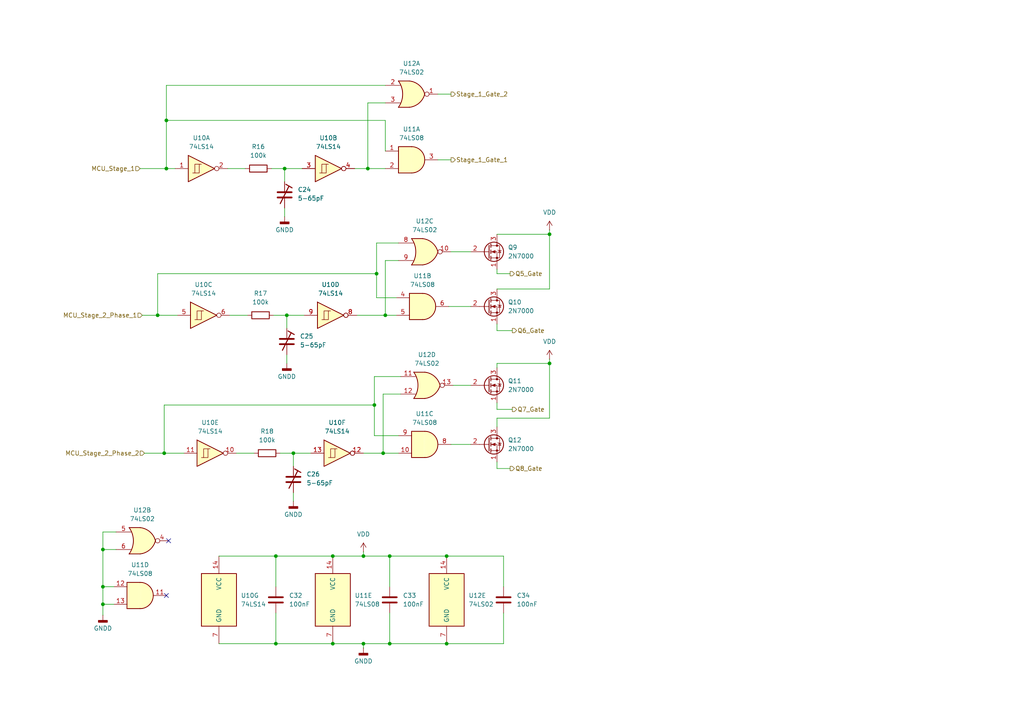
<source format=kicad_sch>
(kicad_sch (version 20231120) (generator "eeschema") (generator_version "8.0")
  (paper "A4")
  (lib_symbols
    (symbol "74xx:74LS02" (pin_names (offset 1.016))
      (property "Reference" "U" (at 0 1.27 0))
      (property "Value" "74LS02" (at 0 -1.27 0))
      (symbol "74LS02_1_1"
        (arc (start -3.81 -3.81) (mid -2.589 0) (end -3.81 3.81) (stroke (width 0.254)))
        (arc (start -0.6096 -3.81) (mid 2.1842 -2.5851) (end 3.81 0) (stroke (width 0.254)) (fill (type background)))
        (polyline (pts (xy -3.81 -3.81) (xy -0.635 -3.81)) (stroke (width 0.254)) (fill (type background)))
        (polyline (pts (xy -3.81 3.81) (xy -0.635 3.81)) (stroke (width 0.254)) (fill (type background)))
        (polyline (pts (xy -0.635 3.81) (xy -3.81 3.81) (xy -3.81 3.81) (xy -3.556 3.4036) (xy -3.0226 2.2606) (xy -2.6924 1.0414) (xy -2.6162 -0.254) (xy -2.7686 -1.4986) (xy -3.175 -2.7178) (xy -3.81 -3.81) (xy -3.81 -3.81) (xy -0.635 -3.81)) (stroke (width -25.4)) (fill (type background)))
        (arc (start 3.81 0) (mid 2.1915 2.5936) (end -0.6096 3.81) (stroke (width 0.254)) (fill (type background)))
        (pin output inverted (at 7.62 0 180) (length 3.81) (name "~") (number "1"))
        (pin input line (at -7.62 2.54 0) (length 4.318) (name "~") (number "2"))
        (pin input line (at -7.62 -2.54 0) (length 4.318) (name "~") (number "3"))
      )
      (symbol "74LS02_1_2"
        (arc (start 0 -3.81) (mid 3.7934 0) (end 0 3.81) (stroke (width 0.254)) (fill (type background)))
        (polyline (pts (xy 0 3.81) (xy -3.81 3.81) (xy -3.81 -3.81) (xy 0 -3.81)) (stroke (width 0.254)) (fill (type background)))
        (pin output line (at 7.62 0 180) (length 3.81) (name "~") (number "1"))
        (pin input inverted (at -7.62 2.54 0) (length 3.81) (name "~") (number "2"))
        (pin input inverted (at -7.62 -2.54 0) (length 3.81) (name "~") (number "3"))
      )
      (symbol "74LS02_2_1"
        (arc (start -3.81 -3.81) (mid -2.589 0) (end -3.81 3.81) (stroke (width 0.254)))
        (arc (start -0.6096 -3.81) (mid 2.1842 -2.5851) (end 3.81 0) (stroke (width 0.254)) (fill (type background)))
        (polyline (pts (xy -3.81 -3.81) (xy -0.635 -3.81)) (stroke (width 0.254)) (fill (type background)))
        (polyline (pts (xy -3.81 3.81) (xy -0.635 3.81)) (stroke (width 0.254)) (fill (type background)))
        (polyline (pts (xy -0.635 3.81) (xy -3.81 3.81) (xy -3.81 3.81) (xy -3.556 3.4036) (xy -3.0226 2.2606) (xy -2.6924 1.0414) (xy -2.6162 -0.254) (xy -2.7686 -1.4986) (xy -3.175 -2.7178) (xy -3.81 -3.81) (xy -3.81 -3.81) (xy -0.635 -3.81)) (stroke (width -25.4)) (fill (type background)))
        (arc (start 3.81 0) (mid 2.1915 2.5936) (end -0.6096 3.81) (stroke (width 0.254)) (fill (type background)))
        (pin output inverted (at 7.62 0 180) (length 3.81) (name "~") (number "4"))
        (pin input line (at -7.62 2.54 0) (length 4.318) (name "~") (number "5"))
        (pin input line (at -7.62 -2.54 0) (length 4.318) (name "~") (number "6"))
      )
      (symbol "74LS02_2_2"
        (arc (start 0 -3.81) (mid 3.7934 0) (end 0 3.81) (stroke (width 0.254)) (fill (type background)))
        (polyline (pts (xy 0 3.81) (xy -3.81 3.81) (xy -3.81 -3.81) (xy 0 -3.81)) (stroke (width 0.254)) (fill (type background)))
        (pin output line (at 7.62 0 180) (length 3.81) (name "~") (number "4"))
        (pin input inverted (at -7.62 2.54 0) (length 3.81) (name "~") (number "5"))
        (pin input inverted (at -7.62 -2.54 0) (length 3.81) (name "~") (number "6"))
      )
      (symbol "74LS02_3_1"
        (arc (start -3.81 -3.81) (mid -2.589 0) (end -3.81 3.81) (stroke (width 0.254)))
        (arc (start -0.6096 -3.81) (mid 2.1842 -2.5851) (end 3.81 0) (stroke (width 0.254)) (fill (type background)))
        (polyline (pts (xy -3.81 -3.81) (xy -0.635 -3.81)) (stroke (width 0.254)) (fill (type background)))
        (polyline (pts (xy -3.81 3.81) (xy -0.635 3.81)) (stroke (width 0.254)) (fill (type background)))
        (polyline (pts (xy -0.635 3.81) (xy -3.81 3.81) (xy -3.81 3.81) (xy -3.556 3.4036) (xy -3.0226 2.2606) (xy -2.6924 1.0414) (xy -2.6162 -0.254) (xy -2.7686 -1.4986) (xy -3.175 -2.7178) (xy -3.81 -3.81) (xy -3.81 -3.81) (xy -0.635 -3.81)) (stroke (width -25.4)) (fill (type background)))
        (arc (start 3.81 0) (mid 2.1915 2.5936) (end -0.6096 3.81) (stroke (width 0.254)) (fill (type background)))
        (pin output inverted (at 7.62 0 180) (length 3.81) (name "~") (number "10"))
        (pin input line (at -7.62 2.54 0) (length 4.318) (name "~") (number "8"))
        (pin input line (at -7.62 -2.54 0) (length 4.318) (name "~") (number "9"))
      )
      (symbol "74LS02_3_2"
        (arc (start 0 -3.81) (mid 3.7934 0) (end 0 3.81) (stroke (width 0.254)) (fill (type background)))
        (polyline (pts (xy 0 3.81) (xy -3.81 3.81) (xy -3.81 -3.81) (xy 0 -3.81)) (stroke (width 0.254)) (fill (type background)))
        (pin output line (at 7.62 0 180) (length 3.81) (name "~") (number "10"))
        (pin input inverted (at -7.62 2.54 0) (length 3.81) (name "~") (number "8"))
        (pin input inverted (at -7.62 -2.54 0) (length 3.81) (name "~") (number "9"))
      )
      (symbol "74LS02_4_1"
        (arc (start -3.81 -3.81) (mid -2.589 0) (end -3.81 3.81) (stroke (width 0.254)))
        (arc (start -0.6096 -3.81) (mid 2.1842 -2.5851) (end 3.81 0) (stroke (width 0.254)) (fill (type background)))
        (polyline (pts (xy -3.81 -3.81) (xy -0.635 -3.81)) (stroke (width 0.254)) (fill (type background)))
        (polyline (pts (xy -3.81 3.81) (xy -0.635 3.81)) (stroke (width 0.254)) (fill (type background)))
        (polyline (pts (xy -0.635 3.81) (xy -3.81 3.81) (xy -3.81 3.81) (xy -3.556 3.4036) (xy -3.0226 2.2606) (xy -2.6924 1.0414) (xy -2.6162 -0.254) (xy -2.7686 -1.4986) (xy -3.175 -2.7178) (xy -3.81 -3.81) (xy -3.81 -3.81) (xy -0.635 -3.81)) (stroke (width -25.4)) (fill (type background)))
        (arc (start 3.81 0) (mid 2.1915 2.5936) (end -0.6096 3.81) (stroke (width 0.254)) (fill (type background)))
        (pin input line (at -7.62 2.54 0) (length 4.318) (name "~") (number "11"))
        (pin input line (at -7.62 -2.54 0) (length 4.318) (name "~") (number "12"))
        (pin output inverted (at 7.62 0 180) (length 3.81) (name "~") (number "13"))
      )
      (symbol "74LS02_4_2"
        (arc (start 0 -3.81) (mid 3.7934 0) (end 0 3.81) (stroke (width 0.254)) (fill (type background)))
        (polyline (pts (xy 0 3.81) (xy -3.81 3.81) (xy -3.81 -3.81) (xy 0 -3.81)) (stroke (width 0.254)) (fill (type background)))
        (pin input inverted (at -7.62 2.54 0) (length 3.81) (name "~") (number "11"))
        (pin input inverted (at -7.62 -2.54 0) (length 3.81) (name "~") (number "12"))
        (pin output line (at 7.62 0 180) (length 3.81) (name "~") (number "13"))
      )
      (symbol "74LS02_5_0"
        (pin power_in line (at 0 12.7 270) (length 5.08) (name "VCC") (number "14"))
        (pin power_in line (at 0 -12.7 90) (length 5.08) (name "GND") (number "7"))
      )
      (symbol "74LS02_5_1"
        (rectangle (start -5.08 7.62) (end 5.08 -7.62) (stroke (width 0.254)) (fill (type background)))
      )
    )
    (symbol "74xx:74LS08" (pin_names (offset 1.016))
      (property "Reference" "U" (at 0 1.27 0))
      (property "Value" "74LS08" (at 0 -1.27 0))
      (symbol "74LS08_1_1"
        (arc (start 0 -3.81) (mid 3.7934 0) (end 0 3.81) (stroke (width 0.254)) (fill (type background)))
        (polyline (pts (xy 0 3.81) (xy -3.81 3.81) (xy -3.81 -3.81) (xy 0 -3.81)) (stroke (width 0.254)) (fill (type background)))
        (pin input line (at -7.62 2.54 0) (length 3.81) (name "~") (number "1"))
        (pin input line (at -7.62 -2.54 0) (length 3.81) (name "~") (number "2"))
        (pin output line (at 7.62 0 180) (length 3.81) (name "~") (number "3"))
      )
      (symbol "74LS08_1_2"
        (arc (start -3.81 -3.81) (mid -2.589 0) (end -3.81 3.81) (stroke (width 0.254)))
        (arc (start -0.6096 -3.81) (mid 2.1842 -2.5851) (end 3.81 0) (stroke (width 0.254)) (fill (type background)))
        (polyline (pts (xy -3.81 -3.81) (xy -0.635 -3.81)) (stroke (width 0.254)) (fill (type background)))
        (polyline (pts (xy -3.81 3.81) (xy -0.635 3.81)) (stroke (width 0.254)) (fill (type background)))
        (polyline (pts (xy -0.635 3.81) (xy -3.81 3.81) (xy -3.81 3.81) (xy -3.556 3.4036) (xy -3.0226 2.2606) (xy -2.6924 1.0414) (xy -2.6162 -0.254) (xy -2.7686 -1.4986) (xy -3.175 -2.7178) (xy -3.81 -3.81) (xy -3.81 -3.81) (xy -0.635 -3.81)) (stroke (width -25.4)) (fill (type background)))
        (arc (start 3.81 0) (mid 2.1915 2.5936) (end -0.6096 3.81) (stroke (width 0.254)) (fill (type background)))
        (pin input inverted (at -7.62 2.54 0) (length 4.318) (name "~") (number "1"))
        (pin input inverted (at -7.62 -2.54 0) (length 4.318) (name "~") (number "2"))
        (pin output inverted (at 7.62 0 180) (length 3.81) (name "~") (number "3"))
      )
      (symbol "74LS08_2_1"
        (arc (start 0 -3.81) (mid 3.7934 0) (end 0 3.81) (stroke (width 0.254)) (fill (type background)))
        (polyline (pts (xy 0 3.81) (xy -3.81 3.81) (xy -3.81 -3.81) (xy 0 -3.81)) (stroke (width 0.254)) (fill (type background)))
        (pin input line (at -7.62 2.54 0) (length 3.81) (name "~") (number "4"))
        (pin input line (at -7.62 -2.54 0) (length 3.81) (name "~") (number "5"))
        (pin output line (at 7.62 0 180) (length 3.81) (name "~") (number "6"))
      )
      (symbol "74LS08_2_2"
        (arc (start -3.81 -3.81) (mid -2.589 0) (end -3.81 3.81) (stroke (width 0.254)))
        (arc (start -0.6096 -3.81) (mid 2.1842 -2.5851) (end 3.81 0) (stroke (width 0.254)) (fill (type background)))
        (polyline (pts (xy -3.81 -3.81) (xy -0.635 -3.81)) (stroke (width 0.254)) (fill (type background)))
        (polyline (pts (xy -3.81 3.81) (xy -0.635 3.81)) (stroke (width 0.254)) (fill (type background)))
        (polyline (pts (xy -0.635 3.81) (xy -3.81 3.81) (xy -3.81 3.81) (xy -3.556 3.4036) (xy -3.0226 2.2606) (xy -2.6924 1.0414) (xy -2.6162 -0.254) (xy -2.7686 -1.4986) (xy -3.175 -2.7178) (xy -3.81 -3.81) (xy -3.81 -3.81) (xy -0.635 -3.81)) (stroke (width -25.4)) (fill (type background)))
        (arc (start 3.81 0) (mid 2.1915 2.5936) (end -0.6096 3.81) (stroke (width 0.254)) (fill (type background)))
        (pin input inverted (at -7.62 2.54 0) (length 4.318) (name "~") (number "4"))
        (pin input inverted (at -7.62 -2.54 0) (length 4.318) (name "~") (number "5"))
        (pin output inverted (at 7.62 0 180) (length 3.81) (name "~") (number "6"))
      )
      (symbol "74LS08_3_1"
        (arc (start 0 -3.81) (mid 3.7934 0) (end 0 3.81) (stroke (width 0.254)) (fill (type background)))
        (polyline (pts (xy 0 3.81) (xy -3.81 3.81) (xy -3.81 -3.81) (xy 0 -3.81)) (stroke (width 0.254)) (fill (type background)))
        (pin input line (at -7.62 -2.54 0) (length 3.81) (name "~") (number "10"))
        (pin output line (at 7.62 0 180) (length 3.81) (name "~") (number "8"))
        (pin input line (at -7.62 2.54 0) (length 3.81) (name "~") (number "9"))
      )
      (symbol "74LS08_3_2"
        (arc (start -3.81 -3.81) (mid -2.589 0) (end -3.81 3.81) (stroke (width 0.254)))
        (arc (start -0.6096 -3.81) (mid 2.1842 -2.5851) (end 3.81 0) (stroke (width 0.254)) (fill (type background)))
        (polyline (pts (xy -3.81 -3.81) (xy -0.635 -3.81)) (stroke (width 0.254)) (fill (type background)))
        (polyline (pts (xy -3.81 3.81) (xy -0.635 3.81)) (stroke (width 0.254)) (fill (type background)))
        (polyline (pts (xy -0.635 3.81) (xy -3.81 3.81) (xy -3.81 3.81) (xy -3.556 3.4036) (xy -3.0226 2.2606) (xy -2.6924 1.0414) (xy -2.6162 -0.254) (xy -2.7686 -1.4986) (xy -3.175 -2.7178) (xy -3.81 -3.81) (xy -3.81 -3.81) (xy -0.635 -3.81)) (stroke (width -25.4)) (fill (type background)))
        (arc (start 3.81 0) (mid 2.1915 2.5936) (end -0.6096 3.81) (stroke (width 0.254)) (fill (type background)))
        (pin input inverted (at -7.62 -2.54 0) (length 4.318) (name "~") (number "10"))
        (pin output inverted (at 7.62 0 180) (length 3.81) (name "~") (number "8"))
        (pin input inverted (at -7.62 2.54 0) (length 4.318) (name "~") (number "9"))
      )
      (symbol "74LS08_4_1"
        (arc (start 0 -3.81) (mid 3.7934 0) (end 0 3.81) (stroke (width 0.254)) (fill (type background)))
        (polyline (pts (xy 0 3.81) (xy -3.81 3.81) (xy -3.81 -3.81) (xy 0 -3.81)) (stroke (width 0.254)) (fill (type background)))
        (pin output line (at 7.62 0 180) (length 3.81) (name "~") (number "11"))
        (pin input line (at -7.62 2.54 0) (length 3.81) (name "~") (number "12"))
        (pin input line (at -7.62 -2.54 0) (length 3.81) (name "~") (number "13"))
      )
      (symbol "74LS08_4_2"
        (arc (start -3.81 -3.81) (mid -2.589 0) (end -3.81 3.81) (stroke (width 0.254)))
        (arc (start -0.6096 -3.81) (mid 2.1842 -2.5851) (end 3.81 0) (stroke (width 0.254)) (fill (type background)))
        (polyline (pts (xy -3.81 -3.81) (xy -0.635 -3.81)) (stroke (width 0.254)) (fill (type background)))
        (polyline (pts (xy -3.81 3.81) (xy -0.635 3.81)) (stroke (width 0.254)) (fill (type background)))
        (polyline (pts (xy -0.635 3.81) (xy -3.81 3.81) (xy -3.81 3.81) (xy -3.556 3.4036) (xy -3.0226 2.2606) (xy -2.6924 1.0414) (xy -2.6162 -0.254) (xy -2.7686 -1.4986) (xy -3.175 -2.7178) (xy -3.81 -3.81) (xy -3.81 -3.81) (xy -0.635 -3.81)) (stroke (width -25.4)) (fill (type background)))
        (arc (start 3.81 0) (mid 2.1915 2.5936) (end -0.6096 3.81) (stroke (width 0.254)) (fill (type background)))
        (pin output inverted (at 7.62 0 180) (length 3.81) (name "~") (number "11"))
        (pin input inverted (at -7.62 2.54 0) (length 4.318) (name "~") (number "12"))
        (pin input inverted (at -7.62 -2.54 0) (length 4.318) (name "~") (number "13"))
      )
      (symbol "74LS08_5_0"
        (pin power_in line (at 0 12.7 270) (length 5.08) (name "VCC") (number "14"))
        (pin power_in line (at 0 -12.7 90) (length 5.08) (name "GND") (number "7"))
      )
      (symbol "74LS08_5_1"
        (rectangle (start -5.08 7.62) (end 5.08 -7.62) (stroke (width 0.254)) (fill (type background)))
      )
    )
    (symbol "74xx:74LS14" (pin_names (offset 1.016))
      (property "Reference" "U" (at 0 1.27 0))
      (property "Value" "74LS14" (at 0 -1.27 0))
      (symbol "74LS14_1_0"
        (polyline (pts (xy -3.81 3.81) (xy -3.81 -3.81) (xy 3.81 0) (xy -3.81 3.81)) (stroke (width 0.254)) (fill (type background)))
        (pin input line (at -7.62 0 0) (length 3.81) (name "~") (number "1"))
        (pin output inverted (at 7.62 0 180) (length 3.81) (name "~") (number "2"))
      )
      (symbol "74LS14_1_1"
        (polyline (pts (xy -1.905 -1.27) (xy -1.905 1.27) (xy -0.635 1.27)))
        (polyline (pts (xy -2.54 -1.27) (xy -0.635 -1.27) (xy -0.635 1.27) (xy 0 1.27)))
      )
      (symbol "74LS14_2_0"
        (polyline (pts (xy -3.81 3.81) (xy -3.81 -3.81) (xy 3.81 0) (xy -3.81 3.81)) (stroke (width 0.254)) (fill (type background)))
        (pin input line (at -7.62 0 0) (length 3.81) (name "~") (number "3"))
        (pin output inverted (at 7.62 0 180) (length 3.81) (name "~") (number "4"))
      )
      (symbol "74LS14_2_1"
        (polyline (pts (xy -1.905 -1.27) (xy -1.905 1.27) (xy -0.635 1.27)))
        (polyline (pts (xy -2.54 -1.27) (xy -0.635 -1.27) (xy -0.635 1.27) (xy 0 1.27)))
      )
      (symbol "74LS14_3_0"
        (polyline (pts (xy -3.81 3.81) (xy -3.81 -3.81) (xy 3.81 0) (xy -3.81 3.81)) (stroke (width 0.254)) (fill (type background)))
        (pin input line (at -7.62 0 0) (length 3.81) (name "~") (number "5"))
        (pin output inverted (at 7.62 0 180) (length 3.81) (name "~") (number "6"))
      )
      (symbol "74LS14_3_1"
        (polyline (pts (xy -1.905 -1.27) (xy -1.905 1.27) (xy -0.635 1.27)))
        (polyline (pts (xy -2.54 -1.27) (xy -0.635 -1.27) (xy -0.635 1.27) (xy 0 1.27)))
      )
      (symbol "74LS14_4_0"
        (polyline (pts (xy -3.81 3.81) (xy -3.81 -3.81) (xy 3.81 0) (xy -3.81 3.81)) (stroke (width 0.254)) (fill (type background)))
        (pin output inverted (at 7.62 0 180) (length 3.81) (name "~") (number "8"))
        (pin input line (at -7.62 0 0) (length 3.81) (name "~") (number "9"))
      )
      (symbol "74LS14_4_1"
        (polyline (pts (xy -1.905 -1.27) (xy -1.905 1.27) (xy -0.635 1.27)))
        (polyline (pts (xy -2.54 -1.27) (xy -0.635 -1.27) (xy -0.635 1.27) (xy 0 1.27)))
      )
      (symbol "74LS14_5_0"
        (polyline (pts (xy -3.81 3.81) (xy -3.81 -3.81) (xy 3.81 0) (xy -3.81 3.81)) (stroke (width 0.254)) (fill (type background)))
        (pin output inverted (at 7.62 0 180) (length 3.81) (name "~") (number "10"))
        (pin input line (at -7.62 0 0) (length 3.81) (name "~") (number "11"))
      )
      (symbol "74LS14_5_1"
        (polyline (pts (xy -1.905 -1.27) (xy -1.905 1.27) (xy -0.635 1.27)))
        (polyline (pts (xy -2.54 -1.27) (xy -0.635 -1.27) (xy -0.635 1.27) (xy 0 1.27)))
      )
      (symbol "74LS14_6_0"
        (polyline (pts (xy -3.81 3.81) (xy -3.81 -3.81) (xy 3.81 0) (xy -3.81 3.81)) (stroke (width 0.254)) (fill (type background)))
        (pin output inverted (at 7.62 0 180) (length 3.81) (name "~") (number "12"))
        (pin input line (at -7.62 0 0) (length 3.81) (name "~") (number "13"))
      )
      (symbol "74LS14_6_1"
        (polyline (pts (xy -1.905 -1.27) (xy -1.905 1.27) (xy -0.635 1.27)))
        (polyline (pts (xy -2.54 -1.27) (xy -0.635 -1.27) (xy -0.635 1.27) (xy 0 1.27)))
      )
      (symbol "74LS14_7_0"
        (pin power_in line (at 0 12.7 270) (length 5.08) (name "VCC") (number "14"))
        (pin power_in line (at 0 -12.7 90) (length 5.08) (name "GND") (number "7"))
      )
      (symbol "74LS14_7_1"
        (rectangle (start -5.08 7.62) (end 5.08 -7.62) (stroke (width 0.254)) (fill (type background)))
      )
    )
    (symbol "Device:C" (pin_numbers hide) (pin_names (offset 0.254))
      (property "Reference" "C" (at 0.635 2.54 0))
      (property "Value" "C" (at 0.635 -2.54 0))
      (symbol "C_0_1"
        (polyline (pts (xy -2.032 -0.762) (xy 2.032 -0.762)) (stroke (width 0.508)))
        (polyline (pts (xy -2.032 0.762) (xy 2.032 0.762)) (stroke (width 0.508)))
      )
      (symbol "C_1_1"
        (pin passive line (at 0 3.81 270) (length 2.794) (name "~") (number "1"))
        (pin passive line (at 0 -3.81 90) (length 2.794) (name "~") (number "2"))
      )
    )
    (symbol "Device:C_Trim" (pin_numbers hide) (pin_names (offset 0.254) hide)
      (property "Reference" "C" (at 1.524 -2.032 0))
      (property "Value" "C_Trim" (at 3.048 -3.556 0))
      (symbol "C_Trim_0_1"
        (polyline (pts (xy -2.032 -0.762) (xy 2.032 -0.762)) (stroke (width 0.508)))
        (polyline (pts (xy -2.032 0.762) (xy 2.032 0.762)) (stroke (width 0.508)))
        (polyline (pts (xy 1.27 2.54) (xy -1.27 -2.54)) (stroke (width 0.3048)))
        (polyline (pts (xy 1.27 2.54) (xy 0.381 3.048)) (stroke (width 0.3048)))
        (polyline (pts (xy 1.27 2.54) (xy 2.159 2.032)) (stroke (width 0.3048)))
      )
      (symbol "C_Trim_1_1"
        (pin passive line (at 0 3.81 270) (length 3.048) (name "~") (number "1"))
        (pin passive line (at 0 -3.81 90) (length 3.048) (name "~") (number "2"))
      )
    )
    (symbol "Device:R" (pin_numbers hide) (pin_names (offset 0))
      (property "Reference" "R" (at 2.032 0 90))
      (property "Value" "R" (at 0 0 90))
      (symbol "R_0_1"
        (rectangle (start -1.016 -2.54) (end 1.016 2.54) (stroke (width 0.254)))
      )
      (symbol "R_1_1"
        (pin passive line (at 0 3.81 270) (length 1.27) (name "~") (number "1"))
        (pin passive line (at 0 -3.81 90) (length 1.27) (name "~") (number "2"))
      )
    )
    (symbol "Transistor_FET:2N7000" (pin_names hide)
      (property "Reference" "Q" (at 5.08 1.905 0))
      (property "Value" "2N7000" (at 5.08 0 0))
      (symbol "2N7000_0_1"
        (polyline (pts (xy 0.254 0) (xy -2.54 0)))
        (polyline (pts (xy 0.254 1.905) (xy 0.254 -1.905)) (stroke (width 0.254)))
        (polyline (pts (xy 0.762 -1.27) (xy 0.762 -2.286)) (stroke (width 0.254)))
        (polyline (pts (xy 0.762 0.508) (xy 0.762 -0.508)) (stroke (width 0.254)))
        (polyline (pts (xy 0.762 2.286) (xy 0.762 1.27)) (stroke (width 0.254)))
        (polyline (pts (xy 2.54 2.54) (xy 2.54 1.778)))
        (polyline (pts (xy 2.54 -2.54) (xy 2.54 0) (xy 0.762 0)))
        (polyline (pts (xy 0.762 -1.778) (xy 3.302 -1.778) (xy 3.302 1.778) (xy 0.762 1.778)))
        (polyline (pts (xy 1.016 0) (xy 2.032 0.381) (xy 2.032 -0.381) (xy 1.016 0)) (fill (type outline)))
        (polyline (pts (xy 2.794 0.508) (xy 2.921 0.381) (xy 3.683 0.381) (xy 3.81 0.254)))
        (polyline (pts (xy 3.302 0.381) (xy 2.921 -0.254) (xy 3.683 -0.254) (xy 3.302 0.381)))
        (circle (center 1.651 0) (radius 2.794) (stroke (width 0.254)))
        (circle (center 2.54 -1.778) (radius 0.254) (fill (type outline)))
        (circle (center 2.54 1.778) (radius 0.254) (fill (type outline)))
      )
      (symbol "2N7000_1_1"
        (pin passive line (at 2.54 -5.08 90) (length 2.54) (name "S") (number "1"))
        (pin input line (at -5.08 0 0) (length 2.54) (name "G") (number "2"))
        (pin passive line (at 2.54 5.08 270) (length 2.54) (name "D") (number "3"))
      )
    )
    (symbol "power:GNDD" (power) (pin_numbers hide) (pin_names (offset 0) hide)
      (property "Value" "GNDD" (at 0 -3.175 0))
      (symbol "GNDD_0_1"
        (rectangle (start -1.27 -1.524) (end 1.27 -2.032) (stroke (width 0.254)) (fill (type outline)))
        (polyline (pts (xy 0 0) (xy 0 -1.524)))
      )
      (symbol "GNDD_1_1"
        (pin power_in line (at 0 0 270) (length 0) (name "~") (number "1"))
      )
    )
    (symbol "power:VDD" (power) (pin_numbers hide) (pin_names (offset 0) hide)
      (property "Value" "VDD" (at 0 3.556 0))
      (symbol "VDD_0_1"
        (polyline (pts (xy -0.762 1.27) (xy 0 2.54)))
        (polyline (pts (xy 0 0) (xy 0 2.54)))
        (polyline (pts (xy 0 2.54) (xy 0.762 1.27)))
      )
      (symbol "VDD_1_1"
        (pin power_in line (at 0 0 90) (length 0) (name "~") (number "1"))
      )
    )
  )
  (junction (at 159.385 105.41))
  (junction (at 29.845 175.26))
  (junction (at 109.22 79.375))
  (junction (at 96.52 161.29))
  (junction (at 113.03 186.69))
  (junction (at 129.54 161.29))
  (junction (at 113.03 161.29))
  (junction (at 111.125 131.445))
  (junction (at 80.01 161.29))
  (junction (at 108.585 117.475))
  (junction (at 48.26 48.895))
  (junction (at 29.845 159.385))
  (junction (at 47.625 131.445))
  (junction (at 129.54 186.69))
  (junction (at 105.41 161.29))
  (junction (at 96.52 186.69))
  (junction (at 82.55 48.895))
  (junction (at 106.68 48.895))
  (junction (at 85.09 131.445))
  (junction (at 80.01 186.69))
  (junction (at 159.385 67.945))
  (junction (at 111.76 91.44))
  (junction (at 45.72 91.44))
  (junction (at 83.185 91.44))
  (junction (at 29.845 170.18))
  (junction (at 48.26 34.925))
  (junction (at 105.41 186.69))
  (no_connect (at 48.895 156.845))
  (no_connect (at 48.26 172.72))
  (wire (pts (xy 130.81 128.905) (xy 136.525 128.905)))
  (wire (pts (xy 144.145 78.105) (xy 144.145 79.375)))
  (wire (pts (xy 146.05 170.18) (xy 146.05 161.29)))
  (wire (pts (xy 81.28 131.445) (xy 85.09 131.445)))
  (wire (pts (xy 103.505 91.44) (xy 111.76 91.44)))
  (wire (pts (xy 85.09 131.445) (xy 85.09 135.255)))
  (wire (pts (xy 109.22 79.375) (xy 109.22 70.485)))
  (wire (pts (xy 109.22 70.485) (xy 115.57 70.485)))
  (wire (pts (xy 47.625 131.445) (xy 53.34 131.445)))
  (wire (pts (xy 48.26 34.925) (xy 48.26 48.895)))
  (wire (pts (xy 111.76 75.565) (xy 111.76 91.44)))
  (wire (pts (xy 66.04 48.895) (xy 71.12 48.895)))
  (wire (pts (xy 111.125 131.445) (xy 115.57 131.445)))
  (wire (pts (xy 80.01 170.18) (xy 80.01 161.29)))
  (wire (pts (xy 41.275 91.44) (xy 45.72 91.44)))
  (wire (pts (xy 105.41 160.02) (xy 105.41 161.29)))
  (wire (pts (xy 144.145 105.41) (xy 159.385 105.41)))
  (wire (pts (xy 29.845 170.18) (xy 29.845 175.26)))
  (wire (pts (xy 45.72 91.44) (xy 45.72 79.375)))
  (wire (pts (xy 113.03 161.29) (xy 129.54 161.29)))
  (wire (pts (xy 144.145 67.945) (xy 159.385 67.945)))
  (wire (pts (xy 40.64 48.895) (xy 48.26 48.895)))
  (wire (pts (xy 105.41 131.445) (xy 111.125 131.445)))
  (wire (pts (xy 159.385 83.82) (xy 159.385 67.945)))
  (wire (pts (xy 111.125 114.3) (xy 111.125 131.445)))
  (wire (pts (xy 80.01 186.69) (xy 63.5 186.69)))
  (wire (pts (xy 109.22 86.36) (xy 109.22 79.375)))
  (wire (pts (xy 85.09 142.875) (xy 85.09 145.415)))
  (wire (pts (xy 114.935 86.36) (xy 109.22 86.36)))
  (wire (pts (xy 45.72 91.44) (xy 51.435 91.44)))
  (wire (pts (xy 96.52 186.69) (xy 105.41 186.69)))
  (wire (pts (xy 111.76 43.815) (xy 111.76 34.925)))
  (wire (pts (xy 144.145 135.89) (xy 147.955 135.89)))
  (wire (pts (xy 144.145 121.285) (xy 159.385 121.285)))
  (wire (pts (xy 111.76 91.44) (xy 114.935 91.44)))
  (wire (pts (xy 144.145 93.98) (xy 144.145 95.885)))
  (wire (pts (xy 29.845 170.18) (xy 33.02 170.18)))
  (wire (pts (xy 29.845 159.385) (xy 29.845 170.18)))
  (wire (pts (xy 108.585 117.475) (xy 108.585 109.22)))
  (wire (pts (xy 127 27.305) (xy 130.81 27.305)))
  (wire (pts (xy 105.41 186.69) (xy 113.03 186.69)))
  (wire (pts (xy 102.87 48.895) (xy 106.68 48.895)))
  (wire (pts (xy 115.57 126.365) (xy 108.585 126.365)))
  (wire (pts (xy 115.57 75.565) (xy 111.76 75.565)))
  (wire (pts (xy 144.145 116.84) (xy 144.145 118.745)))
  (wire (pts (xy 159.385 105.41) (xy 159.385 104.14)))
  (wire (pts (xy 29.845 175.26) (xy 29.845 178.435)))
  (wire (pts (xy 144.145 121.285) (xy 144.145 123.825)))
  (wire (pts (xy 105.41 161.29) (xy 113.03 161.29)))
  (wire (pts (xy 63.5 161.29) (xy 80.01 161.29)))
  (wire (pts (xy 108.585 109.22) (xy 116.205 109.22)))
  (wire (pts (xy 48.26 48.895) (xy 50.8 48.895)))
  (wire (pts (xy 144.145 79.375) (xy 147.955 79.375)))
  (wire (pts (xy 88.265 91.44) (xy 83.185 91.44)))
  (wire (pts (xy 159.385 121.285) (xy 159.385 105.41)))
  (wire (pts (xy 129.54 161.29) (xy 146.05 161.29)))
  (wire (pts (xy 45.72 79.375) (xy 109.22 79.375)))
  (wire (pts (xy 83.185 91.44) (xy 83.185 95.25)))
  (wire (pts (xy 106.68 48.895) (xy 111.76 48.895)))
  (wire (pts (xy 47.625 117.475) (xy 47.625 131.445)))
  (wire (pts (xy 66.675 91.44) (xy 71.755 91.44)))
  (wire (pts (xy 83.185 102.87) (xy 83.185 105.41)))
  (wire (pts (xy 29.845 175.26) (xy 33.02 175.26)))
  (wire (pts (xy 80.01 186.69) (xy 96.52 186.69)))
  (wire (pts (xy 144.145 83.82) (xy 159.385 83.82)))
  (wire (pts (xy 113.03 161.29) (xy 113.03 170.18)))
  (wire (pts (xy 159.385 67.945) (xy 159.385 66.675)))
  (wire (pts (xy 33.655 154.305) (xy 29.845 154.305)))
  (wire (pts (xy 48.26 24.765) (xy 48.26 34.925)))
  (wire (pts (xy 82.55 48.895) (xy 82.55 52.705)))
  (wire (pts (xy 144.145 133.985) (xy 144.145 135.89)))
  (wire (pts (xy 108.585 126.365) (xy 108.585 117.475)))
  (wire (pts (xy 87.63 48.895) (xy 82.55 48.895)))
  (wire (pts (xy 144.145 95.885) (xy 148.59 95.885)))
  (wire (pts (xy 68.58 131.445) (xy 73.66 131.445)))
  (wire (pts (xy 144.145 105.41) (xy 144.145 106.68)))
  (wire (pts (xy 116.205 114.3) (xy 111.125 114.3)))
  (wire (pts (xy 113.03 177.8) (xy 113.03 186.69)))
  (wire (pts (xy 111.76 24.765) (xy 48.26 24.765)))
  (wire (pts (xy 111.76 34.925) (xy 48.26 34.925)))
  (wire (pts (xy 130.81 73.025) (xy 136.525 73.025)))
  (wire (pts (xy 82.55 60.325) (xy 82.55 62.865)))
  (wire (pts (xy 78.74 48.895) (xy 82.55 48.895)))
  (wire (pts (xy 79.375 91.44) (xy 83.185 91.44)))
  (wire (pts (xy 80.01 177.8) (xy 80.01 186.69)))
  (wire (pts (xy 129.54 186.69) (xy 146.05 186.69)))
  (wire (pts (xy 146.05 186.69) (xy 146.05 177.8)))
  (wire (pts (xy 29.845 159.385) (xy 33.655 159.385)))
  (wire (pts (xy 96.52 161.29) (xy 105.41 161.29)))
  (wire (pts (xy 130.175 88.9) (xy 136.525 88.9)))
  (wire (pts (xy 106.68 29.845) (xy 106.68 48.895)))
  (wire (pts (xy 144.145 118.745) (xy 148.59 118.745)))
  (wire (pts (xy 90.17 131.445) (xy 85.09 131.445)))
  (wire (pts (xy 108.585 117.475) (xy 47.625 117.475)))
  (wire (pts (xy 29.845 154.305) (xy 29.845 159.385)))
  (wire (pts (xy 127 46.355) (xy 130.81 46.355)))
  (wire (pts (xy 41.91 131.445) (xy 47.625 131.445)))
  (wire (pts (xy 80.01 161.29) (xy 96.52 161.29)))
  (wire (pts (xy 105.41 186.69) (xy 105.41 187.96)))
  (wire (pts (xy 111.76 29.845) (xy 106.68 29.845)))
  (wire (pts (xy 113.03 186.69) (xy 129.54 186.69)))
  (wire (pts (xy 131.445 111.76) (xy 136.525 111.76)))
  (hierarchical_label "MCU_Stage_2_Phase_2" (shape input) (at 41.91 131.445 180))
  (hierarchical_label "MCU_Stage_1" (shape input) (at 40.64 48.895 180))
  (hierarchical_label "Q6_Gate" (shape output) (at 148.59 95.885 0))
  (hierarchical_label "Q5_Gate" (shape output) (at 147.955 79.375 0))
  (hierarchical_label "Q7_Gate" (shape output) (at 148.59 118.745 0))
  (hierarchical_label "Q8_Gate" (shape output) (at 147.955 135.89 0))
  (hierarchical_label "Stage_1_Gate_2" (shape output) (at 130.81 27.305 0))
  (hierarchical_label "MCU_Stage_2_Phase_1" (shape input) (at 41.275 91.44 180))
  (hierarchical_label "Stage_1_Gate_1" (shape output) (at 130.81 46.355 0))
  (symbol (lib_id "74xx:74LS02") (at 123.825 111.76 0) (unit 4)
    (property "Reference" "U12" (at 123.825 102.87 0))
    (property "Value" "74LS02" (at 123.825 105.41 0))
    (property "Footprint" "Package_DIP:DIP-14_W7.62mm_Socket" (effects (hide yes)))
    (property "Datasheet" "http://www.ti.com/lit/gpn/sn74ls02" (effects (hide yes)))
    (property "Description" "quad 2-input NOR gate" (effects (hide yes)))
  )
  (symbol (lib_id "power:GNDD") (at 83.185 105.41 0) (unit 1)
    (property "Reference" "#PWR08" (effects (hide yes)))
    (property "Value" "GNDD" (at 83.185 109.22 0))
    (property "Description" "Power symbol creates a global label with name \"GNDD\" , digital ground" (effects (hide yes)))
  )
  (symbol (lib_id "power:GNDD") (at 85.09 145.415 0) (unit 1)
    (property "Reference" "#PWR09" (effects (hide yes)))
    (property "Value" "GNDD" (at 85.09 149.225 0))
    (property "Description" "Power symbol creates a global label with name \"GNDD\" , digital ground" (effects (hide yes)))
  )
  (symbol (lib_id "74xx:74LS08") (at 96.52 173.99 0) (unit 5)
    (property "Reference" "U11" (at 102.87 172.7199 0) (effects (justify left)))
    (property "Value" "74LS08" (at 102.87 175.2599 0) (effects (justify left)))
    (property "Footprint" "Package_DIP:DIP-14_W7.62mm_Socket" (effects (hide yes)))
    (property "Datasheet" "http://www.ti.com/lit/gpn/sn74LS08" (effects (hide yes)))
    (property "Description" "Quad And2" (effects (hide yes)))
  )
  (symbol (lib_id "74xx:74LS14") (at 95.885 91.44 0) (unit 4)
    (property "Reference" "U10" (at 95.885 82.55 0))
    (property "Value" "74LS14" (at 95.885 85.09 0))
    (property "Footprint" "Package_DIP:DIP-14_W7.62mm_Socket" (effects (hide yes)))
    (property "Datasheet" "http://www.ti.com/lit/gpn/sn74LS14" (effects (hide yes)))
    (property "Description" "Hex inverter schmitt trigger" (effects (hide yes)))
  )
  (symbol (lib_id "74xx:74LS14") (at 63.5 173.99 0) (unit 7)
    (property "Reference" "U10" (at 69.85 172.7199 0) (effects (justify left)))
    (property "Value" "74LS14" (at 69.85 175.2599 0) (effects (justify left)))
    (property "Footprint" "Package_DIP:DIP-14_W7.62mm_Socket" (effects (hide yes)))
    (property "Datasheet" "http://www.ti.com/lit/gpn/sn74LS14" (effects (hide yes)))
    (property "Description" "Hex inverter schmitt trigger" (effects (hide yes)))
  )
  (symbol (lib_id "74xx:74LS08") (at 122.555 88.9 0) (unit 2)
    (property "Reference" "U11" (at 122.5467 80.01 0))
    (property "Value" "74LS08" (at 122.5467 82.55 0))
    (property "Footprint" "Package_DIP:DIP-14_W7.62mm_Socket" (effects (hide yes)))
    (property "Datasheet" "http://www.ti.com/lit/gpn/sn74LS08" (effects (hide yes)))
    (property "Description" "Quad And2" (effects (hide yes)))
  )
  (symbol (lib_id "Transistor_FET:2N7000") (at 141.605 88.9 0) (unit 1)
    (property "Reference" "Q10" (at 147.32 87.6299 0) (effects (justify left)))
    (property "Value" "2N7000" (at 147.32 90.1699 0) (effects (justify left)))
    (property "Footprint" "Package_TO_SOT_THT:TO-92L_HandSolder" (effects (hide yes)))
    (property "Datasheet" "https://www.vishay.com/docs/70226/70226.pdf" (effects (hide yes)))
    (property "Description" "0.2A Id, 200V Vds, N-Channel MOSFET, 2.6V Logic Level, TO-92" (effects (hide yes)))
  )
  (symbol (lib_id "74xx:74LS02") (at 129.54 173.99 0) (unit 5)
    (property "Reference" "U12" (at 135.89 172.7199 0) (effects (justify left)))
    (property "Value" "74LS02" (at 135.89 175.2599 0) (effects (justify left)))
    (property "Footprint" "Package_DIP:DIP-14_W7.62mm_Socket" (effects (hide yes)))
    (property "Datasheet" "http://www.ti.com/lit/gpn/sn74ls02" (effects (hide yes)))
    (property "Description" "quad 2-input NOR gate" (effects (hide yes)))
  )
  (symbol (lib_id "Device:C") (at 113.03 173.99 0) (unit 1)
    (property "Reference" "C33" (at 116.84 172.7199 0) (effects (justify left)))
    (property "Value" "100nF" (at 116.84 175.2599 0) (effects (justify left)))
    (property "Footprint" "Capacitor_THT:C_Disc_D7.0mm_W2.5mm_P5.00mm" (effects (hide yes)))
    (property "Description" "Unpolarized capacitor" (effects (hide yes)))
  )
  (symbol (lib_id "Device:R") (at 74.93 48.895 90) (unit 1)
    (property "Reference" "R16" (at 74.93 42.545 90))
    (property "Value" "100k" (at 74.93 45.085 90))
    (property "Footprint" "Resistor_THT:R_Axial_DIN0204_L3.6mm_D1.6mm_P7.62mm_Horizontal" (effects (hide yes)))
    (property "Description" "Resistor" (effects (hide yes)))
  )
  (symbol (lib_id "Device:C") (at 80.01 173.99 0) (unit 1)
    (property "Reference" "C32" (at 83.82 172.7199 0) (effects (justify left)))
    (property "Value" "100nF" (at 83.82 175.2599 0) (effects (justify left)))
    (property "Footprint" "Capacitor_THT:C_Disc_D7.0mm_W2.5mm_P5.00mm" (effects (hide yes)))
    (property "Description" "Unpolarized capacitor" (effects (hide yes)))
  )
  (symbol (lib_id "Device:C") (at 146.05 173.99 0) (unit 1)
    (property "Reference" "C34" (at 149.86 172.7199 0) (effects (justify left)))
    (property "Value" "100nF" (at 149.86 175.2599 0) (effects (justify left)))
    (property "Footprint" "Capacitor_THT:C_Disc_D7.0mm_W2.5mm_P5.00mm" (effects (hide yes)))
    (property "Description" "Unpolarized capacitor" (effects (hide yes)))
  )
  (symbol (lib_id "74xx:74LS02") (at 123.19 73.025 0) (unit 3)
    (property "Reference" "U12" (at 123.19 64.135 0))
    (property "Value" "74LS02" (at 123.19 66.675 0))
    (property "Footprint" "Package_DIP:DIP-14_W7.62mm_Socket" (effects (hide yes)))
    (property "Datasheet" "http://www.ti.com/lit/gpn/sn74ls02" (effects (hide yes)))
    (property "Description" "quad 2-input NOR gate" (effects (hide yes)))
  )
  (symbol (lib_id "74xx:74LS08") (at 40.64 172.72 0) (unit 4)
    (property "Reference" "U11" (at 40.6317 163.83 0))
    (property "Value" "74LS08" (at 40.6317 166.37 0))
    (property "Footprint" "Package_DIP:DIP-14_W7.62mm_Socket" (effects (hide yes)))
    (property "Datasheet" "http://www.ti.com/lit/gpn/sn74LS08" (effects (hide yes)))
    (property "Description" "Quad And2" (effects (hide yes)))
  )
  (symbol (lib_id "74xx:74LS08") (at 119.38 46.355 0) (unit 1)
    (property "Reference" "U11" (at 119.3717 37.465 0))
    (property "Value" "74LS08" (at 119.3717 40.005 0))
    (property "Footprint" "Package_DIP:DIP-14_W7.62mm_Socket" (effects (hide yes)))
    (property "Datasheet" "http://www.ti.com/lit/gpn/sn74LS08" (effects (hide yes)))
    (property "Description" "Quad And2" (effects (hide yes)))
  )
  (symbol (lib_id "74xx:74LS02") (at 119.38 27.305 0) (unit 1)
    (property "Reference" "U12" (at 119.38 18.415 0))
    (property "Value" "74LS02" (at 119.38 20.955 0))
    (property "Footprint" "Package_DIP:DIP-14_W7.62mm_Socket" (effects (hide yes)))
    (property "Datasheet" "http://www.ti.com/lit/gpn/sn74ls02" (effects (hide yes)))
    (property "Description" "quad 2-input NOR gate" (effects (hide yes)))
  )
  (symbol (lib_id "74xx:74LS14") (at 58.42 48.895 0) (unit 1)
    (property "Reference" "U10" (at 58.42 40.005 0))
    (property "Value" "74LS14" (at 58.42 42.545 0))
    (property "Footprint" "Package_DIP:DIP-14_W7.62mm_Socket" (effects (hide yes)))
    (property "Datasheet" "http://www.ti.com/lit/gpn/sn74LS14" (effects (hide yes)))
    (property "Description" "Hex inverter schmitt trigger" (effects (hide yes)))
  )
  (symbol (lib_id "74xx:74LS02") (at 41.275 156.845 0) (unit 2)
    (property "Reference" "U12" (at 41.275 147.955 0))
    (property "Value" "74LS02" (at 41.275 150.495 0))
    (property "Footprint" "Package_DIP:DIP-14_W7.62mm_Socket" (effects (hide yes)))
    (property "Datasheet" "http://www.ti.com/lit/gpn/sn74ls02" (effects (hide yes)))
    (property "Description" "quad 2-input NOR gate" (effects (hide yes)))
  )
  (symbol (lib_id "Transistor_FET:2N7000") (at 141.605 128.905 0) (unit 1)
    (property "Reference" "Q12" (at 147.32 127.6349 0) (effects (justify left)))
    (property "Value" "2N7000" (at 147.32 130.1749 0) (effects (justify left)))
    (property "Footprint" "Package_TO_SOT_THT:TO-92L_HandSolder" (effects (hide yes)))
    (property "Datasheet" "https://www.vishay.com/docs/70226/70226.pdf" (effects (hide yes)))
    (property "Description" "0.2A Id, 200V Vds, N-Channel MOSFET, 2.6V Logic Level, TO-92" (effects (hide yes)))
  )
  (symbol (lib_id "power:VDD") (at 159.385 104.14 0) (unit 1)
    (property "Reference" "#PWR019" (effects (hide yes)))
    (property "Value" "VDD" (at 159.385 99.06 0))
    (property "Description" "Power symbol creates a global label with name \"VDD\"" (effects (hide yes)))
  )
  (symbol (lib_id "power:VDD") (at 159.385 66.675 0) (unit 1)
    (property "Reference" "#PWR018" (effects (hide yes)))
    (property "Value" "VDD" (at 159.385 61.595 0))
    (property "Description" "Power symbol creates a global label with name \"VDD\"" (effects (hide yes)))
  )
  (symbol (lib_id "Device:R") (at 75.565 91.44 90) (unit 1)
    (property "Reference" "R17" (at 75.565 85.09 90))
    (property "Value" "100k" (at 75.565 87.63 90))
    (property "Footprint" "Resistor_THT:R_Axial_DIN0204_L3.6mm_D1.6mm_P7.62mm_Horizontal" (effects (hide yes)))
    (property "Description" "Resistor" (effects (hide yes)))
  )
  (symbol (lib_id "74xx:74LS14") (at 60.96 131.445 0) (unit 5)
    (property "Reference" "U10" (at 60.96 122.555 0))
    (property "Value" "74LS14" (at 60.96 125.095 0))
    (property "Footprint" "Package_DIP:DIP-14_W7.62mm_Socket" (effects (hide yes)))
    (property "Datasheet" "http://www.ti.com/lit/gpn/sn74LS14" (effects (hide yes)))
    (property "Description" "Hex inverter schmitt trigger" (effects (hide yes)))
  )
  (symbol (lib_id "Device:R") (at 77.47 131.445 90) (unit 1)
    (property "Reference" "R18" (at 77.47 125.095 90))
    (property "Value" "100k" (at 77.47 127.635 90))
    (property "Footprint" "Resistor_THT:R_Axial_DIN0204_L3.6mm_D1.6mm_P7.62mm_Horizontal" (effects (hide yes)))
    (property "Description" "Resistor" (effects (hide yes)))
  )
  (symbol (lib_id "power:GNDD") (at 105.41 187.96 0) (unit 1)
    (property "Reference" "#PWR011" (effects (hide yes)))
    (property "Value" "GNDD" (at 105.41 191.77 0))
    (property "Description" "Power symbol creates a global label with name \"GNDD\" , digital ground" (effects (hide yes)))
  )
  (symbol (lib_id "Transistor_FET:2N7000") (at 141.605 111.76 0) (unit 1)
    (property "Reference" "Q11" (at 147.32 110.4899 0) (effects (justify left)))
    (property "Value" "2N7000" (at 147.32 113.0299 0) (effects (justify left)))
    (property "Footprint" "Package_TO_SOT_THT:TO-92L_HandSolder" (effects (hide yes)))
    (property "Datasheet" "https://www.vishay.com/docs/70226/70226.pdf" (effects (hide yes)))
    (property "Description" "0.2A Id, 200V Vds, N-Channel MOSFET, 2.6V Logic Level, TO-92" (effects (hide yes)))
  )
  (symbol (lib_id "power:GNDD") (at 82.55 62.865 0) (unit 1)
    (property "Reference" "#PWR07" (effects (hide yes)))
    (property "Value" "GNDD" (at 82.55 66.675 0))
    (property "Description" "Power symbol creates a global label with name \"GNDD\" , digital ground" (effects (hide yes)))
  )
  (symbol (lib_id "74xx:74LS14") (at 95.25 48.895 0) (unit 2)
    (property "Reference" "U10" (at 95.25 40.005 0))
    (property "Value" "74LS14" (at 95.25 42.545 0))
    (property "Footprint" "Package_DIP:DIP-14_W7.62mm_Socket" (effects (hide yes)))
    (property "Datasheet" "http://www.ti.com/lit/gpn/sn74LS14" (effects (hide yes)))
    (property "Description" "Hex inverter schmitt trigger" (effects (hide yes)))
  )
  (symbol (lib_id "Transistor_FET:2N7000") (at 141.605 73.025 0) (unit 1)
    (property "Reference" "Q9" (at 147.32 71.7549 0) (effects (justify left)))
    (property "Value" "2N7000" (at 147.32 74.2949 0) (effects (justify left)))
    (property "Footprint" "Package_TO_SOT_THT:TO-92L_HandSolder" (effects (hide yes)))
    (property "Datasheet" "https://www.vishay.com/docs/70226/70226.pdf" (effects (hide yes)))
    (property "Description" "0.2A Id, 200V Vds, N-Channel MOSFET, 2.6V Logic Level, TO-92" (effects (hide yes)))
  )
  (symbol (lib_id "power:GNDD") (at 29.845 178.435 0) (unit 1)
    (property "Reference" "#PWR017" (effects (hide yes)))
    (property "Value" "GNDD" (at 29.845 182.245 0))
    (property "Description" "Power symbol creates a global label with name \"GNDD\" , digital ground" (effects (hide yes)))
  )
  (symbol (lib_id "74xx:74LS14") (at 97.79 131.445 0) (unit 6)
    (property "Reference" "U10" (at 97.79 122.555 0))
    (property "Value" "74LS14" (at 97.79 125.095 0))
    (property "Footprint" "Package_DIP:DIP-14_W7.62mm_Socket" (effects (hide yes)))
    (property "Datasheet" "http://www.ti.com/lit/gpn/sn74LS14" (effects (hide yes)))
    (property "Description" "Hex inverter schmitt trigger" (effects (hide yes)))
  )
  (symbol (lib_id "Device:C_Trim") (at 82.55 56.515 0) (unit 1)
    (property "Reference" "C24" (at 86.36 54.9909 0) (effects (justify left)))
    (property "Value" "5-65pF" (at 86.36 57.5309 0) (effects (justify left)))
    (property "Footprint" "GB2:C_Trim" (effects (hide yes)))
    (property "Datasheet" "https://www.farnell.com/datasheets/3868946.pdf" (effects (hide yes)))
    (property "Description" "Trimmable capacitor" (effects (hide yes)))
  )
  (symbol (lib_id "Device:C_Trim") (at 83.185 99.06 0) (unit 1)
    (property "Reference" "C25" (at 86.995 97.5359 0) (effects (justify left)))
    (property "Value" "5-65pF" (at 86.995 100.0759 0) (effects (justify left)))
    (property "Footprint" "GB2:C_Trim" (effects (hide yes)))
    (property "Datasheet" "https://www.farnell.com/datasheets/3868946.pdf" (effects (hide yes)))
    (property "Description" "Trimmable capacitor" (effects (hide yes)))
  )
  (symbol (lib_id "74xx:74LS14") (at 59.055 91.44 0) (unit 3)
    (property "Reference" "U10" (at 59.055 82.55 0))
    (property "Value" "74LS14" (at 59.055 85.09 0))
    (property "Footprint" "Package_DIP:DIP-14_W7.62mm_Socket" (effects (hide yes)))
    (property "Datasheet" "http://www.ti.com/lit/gpn/sn74LS14" (effects (hide yes)))
    (property "Description" "Hex inverter schmitt trigger" (effects (hide yes)))
  )
  (symbol (lib_id "power:VDD") (at 105.41 160.02 0) (unit 1)
    (property "Reference" "#PWR010" (effects (hide yes)))
    (property "Value" "VDD" (at 105.41 154.94 0))
    (property "Description" "Power symbol creates a global label with name \"VDD\"" (effects (hide yes)))
  )
  (symbol (lib_id "Device:C_Trim") (at 85.09 139.065 0) (unit 1)
    (property "Reference" "C26" (at 88.9 137.5409 0) (effects (justify left)))
    (property "Value" "5-65pF" (at 88.9 140.0809 0) (effects (justify left)))
    (property "Footprint" "GB2:C_Trim" (effects (hide yes)))
    (property "Datasheet" "https://www.farnell.com/datasheets/3868946.pdf" (effects (hide yes)))
    (property "Description" "Trimmable capacitor" (effects (hide yes)))
  )
  (symbol (lib_id "74xx:74LS08") (at 123.19 128.905 0) (unit 3)
    (property "Reference" "U11" (at 123.1817 120.015 0))
    (property "Value" "74LS08" (at 123.1817 122.555 0))
    (property "Footprint" "Package_DIP:DIP-14_W7.62mm_Socket" (effects (hide yes)))
    (property "Datasheet" "http://www.ti.com/lit/gpn/sn74LS08" (effects (hide yes)))
    (property "Description" "Quad And2" (effects (hide yes)))
  )
)
</source>
